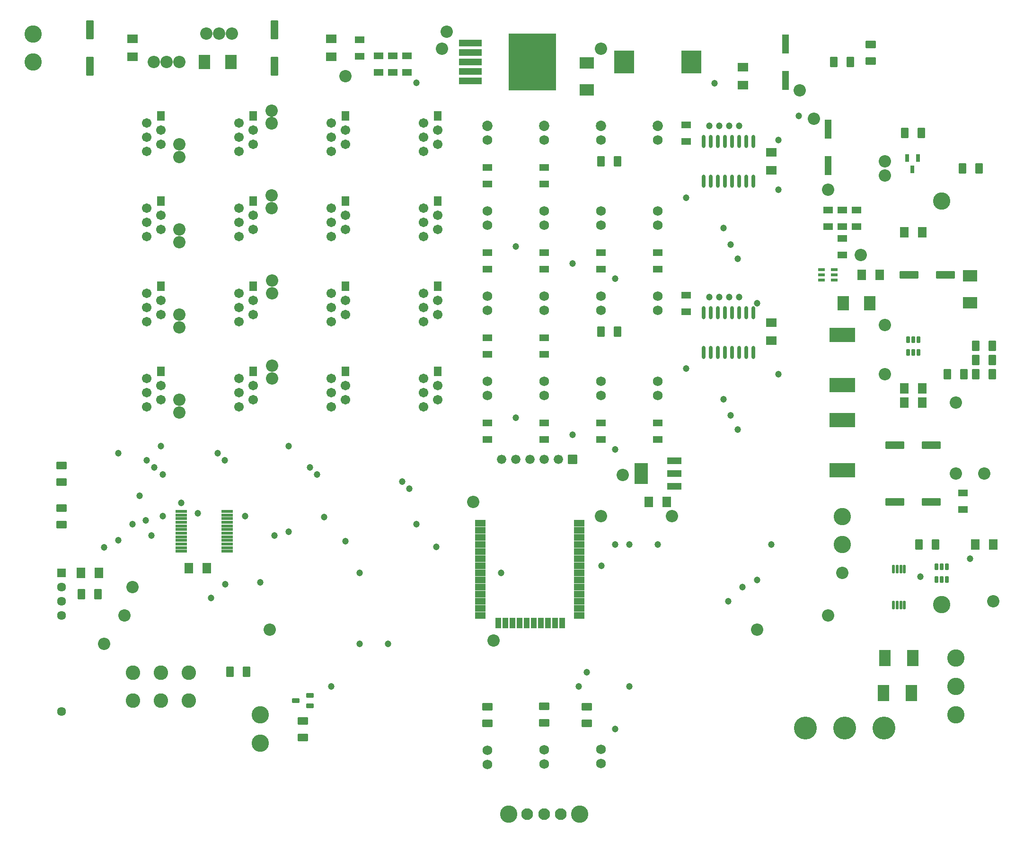
<source format=gts>
G04 Layer: TopSolderMaskLayer*
G04 EasyEDA v6.5.40, 2024-05-11 17:08:49*
G04 43c8e0cd1118455ea74be200e722eb6b,361a7d54fb4a4915a4e9984872de9782,10*
G04 Gerber Generator version 0.2*
G04 Scale: 100 percent, Rotated: No, Reflected: No *
G04 Dimensions in millimeters *
G04 leading zeros omitted , absolute positions ,4 integer and 5 decimal *
%FSLAX45Y45*%
%MOMM*%

%AMMACRO1*1,1,$1,$2,$3*1,1,$1,$4,$5*1,1,$1,0-$2,0-$3*1,1,$1,0-$4,0-$5*20,1,$1,$2,$3,$4,$5,0*20,1,$1,$4,$5,0-$2,0-$3,0*20,1,$1,0-$2,0-$3,0-$4,0-$5,0*20,1,$1,0-$4,0-$5,$2,$3,0*4,1,4,$2,$3,$4,$5,0-$2,0-$3,0-$4,0-$5,$2,$3,0*%
%ADD10R,1.4712X1.7032*%
%ADD11C,1.7032*%
%ADD12C,1.7526*%
%ADD13C,3.1016*%
%ADD14R,1.8296X1.5866*%
%ADD15MACRO1,0.2032X0.55X1.6X0.55X-1.6*%
%ADD16R,1.3032X3.4032*%
%ADD17MACRO1,0.1016X-0.864X0.7425X0.864X0.7425*%
%ADD18MACRO1,0.1016X-0.864X-0.7425X0.864X-0.7425*%
%ADD19MACRO1,0.2032X1.6X-0.55X-1.6X-0.55*%
%ADD20MACRO1,0.1016X0.7425X0.864X0.7425X-0.864*%
%ADD21MACRO1,0.1016X-0.7425X0.864X-0.7425X-0.864*%
%ADD22MACRO1,0.1016X-0.7425X-0.864X-0.7425X0.864*%
%ADD23MACRO1,0.1016X0.7425X-0.864X0.7425X0.864*%
%ADD24MACRO1,0.2032X-1.6X0.55X1.6X0.55*%
%ADD25MACRO1,0.1016X2X-0.51X-2X-0.51*%
%ADD26MACRO1,0.1016X4.2X-5X-4.2X-5*%
%ADD27MACRO1,0.1016X0.266X-0.536X-0.266X-0.536*%
%ADD28O,0.5015992X1.6015970000000002*%
%ADD29R,1.1736X0.6336*%
%ADD30MACRO1,0.1016X-0.266X0.536X0.266X0.536*%
%ADD31R,2.1016X0.4816*%
%ADD32MACRO1,0.1016X-1.25X0.55X1.25X0.55*%
%ADD33MACRO1,0.1016X1.17X1.8X1.17X-1.8*%
%ADD34O,0.7036053999999999X2.332609*%
%ADD35MACRO1,0.1016X-1X1.4X1X1.4*%
%ADD36C,4.1016*%
%ADD37C,1.6764*%
%ADD38MACRO1,0.1016X0.7874X-0.7874X-0.7874X-0.7874*%
%ADD39MACRO1,0.1016X1.75X2X1.75X-2*%
%ADD40R,4.6016X2.6016*%
%ADD41MACRO1,0.1016X2.25X1.25X2.25X-1.25*%
%ADD42MACRO1,0.1016X-0.9X0.5004X0.9X0.5004*%
%ADD43R,1.1024X1.9016*%
%ADD44R,1.6096X1.6096*%
%ADD45C,1.6096*%
%ADD46MACRO1,0.1016X-0.8505X0.6038X0.8505X0.6038*%
%ADD47MACRO1,0.1016X-0.8505X-0.6038X0.8505X-0.6038*%
%ADD48R,1.8026X1.3091*%
%ADD49MACRO1,0.1016X0.6038X0.8505X0.6038X-0.8505*%
%ADD50MACRO1,0.1016X-0.6038X0.8505X-0.6038X-0.8505*%
%ADD51MACRO1,0.1016X-0.6038X-0.8505X-0.6038X0.8505*%
%ADD52MACRO1,0.1016X0.6038X-0.8505X0.6038X0.8505*%
%ADD53MACRO1,0.1016X1X-1.2X-1X-1.2*%
%ADD54MACRO1,0.1016X1.2X1X1.2X-1*%
%ADD55C,2.6000*%
%ADD56C,2.1000*%
%ADD57C,3.1000*%
%ADD58R,0.8016X1.3516*%
%ADD59MACRO1,0.1016X0.625X0.35X0.625X-0.35*%
%ADD60MACRO1,0.1016X0.6251X0.35X0.6251X-0.35*%
%ADD61C,1.2032*%
%ADD62C,2.2032*%
%ADD63C,1.8542*%
%ADD64C,0.0102*%

%LPD*%
D10*
G01*
X2793974Y-1727200D03*
D11*
G01*
X2540000Y-1854200D03*
G01*
X2794000Y-1981200D03*
G01*
X2540000Y-2108200D03*
G01*
X2794000Y-2235200D03*
G01*
X2540000Y-2362200D03*
D10*
G01*
X6095974Y-1727200D03*
D11*
G01*
X5842000Y-1854200D03*
G01*
X6096000Y-1981200D03*
G01*
X5842000Y-2108200D03*
G01*
X6096000Y-2235200D03*
G01*
X5842000Y-2362200D03*
D10*
G01*
X7746974Y-1727200D03*
D11*
G01*
X7492974Y-1854200D03*
G01*
X7746974Y-1981200D03*
G01*
X7492974Y-2108200D03*
G01*
X7746974Y-2235200D03*
G01*
X7492974Y-2362200D03*
D10*
G01*
X2793974Y-3251200D03*
D11*
G01*
X2540000Y-3378200D03*
G01*
X2794000Y-3505200D03*
G01*
X2540000Y-3632200D03*
G01*
X2794000Y-3759200D03*
G01*
X2540000Y-3886200D03*
D10*
G01*
X4444974Y-3251200D03*
D11*
G01*
X4191000Y-3378200D03*
G01*
X4445000Y-3505200D03*
G01*
X4191000Y-3632200D03*
G01*
X4445000Y-3759200D03*
G01*
X4191000Y-3886200D03*
D10*
G01*
X2793974Y-4775200D03*
D11*
G01*
X2540000Y-4902200D03*
G01*
X2794000Y-5029200D03*
G01*
X2540000Y-5156200D03*
G01*
X2794000Y-5283200D03*
G01*
X2540000Y-5410200D03*
D10*
G01*
X4444974Y-4775200D03*
D11*
G01*
X4191000Y-4902200D03*
G01*
X4445000Y-5029200D03*
G01*
X4191000Y-5156200D03*
G01*
X4445000Y-5283200D03*
G01*
X4191000Y-5410200D03*
D10*
G01*
X6095974Y-4775200D03*
D11*
G01*
X5842000Y-4902200D03*
G01*
X6096000Y-5029200D03*
G01*
X5842000Y-5156200D03*
G01*
X6096000Y-5283200D03*
G01*
X5842000Y-5410200D03*
D10*
G01*
X7746974Y-4775200D03*
D11*
G01*
X7492974Y-4902200D03*
G01*
X7746974Y-5029200D03*
G01*
X7492974Y-5156200D03*
G01*
X7746974Y-5283200D03*
G01*
X7492974Y-5410200D03*
D10*
G01*
X2793974Y-6299200D03*
D11*
G01*
X2540000Y-6426200D03*
G01*
X2794000Y-6553200D03*
G01*
X2540000Y-6680200D03*
G01*
X2794000Y-6807200D03*
G01*
X2540000Y-6934200D03*
D10*
G01*
X4444974Y-6299200D03*
D11*
G01*
X4191000Y-6426200D03*
G01*
X4445000Y-6553200D03*
G01*
X4191000Y-6680200D03*
G01*
X4445000Y-6807200D03*
G01*
X4191000Y-6934200D03*
D10*
G01*
X6095974Y-6299200D03*
D11*
G01*
X5842000Y-6426200D03*
G01*
X6096000Y-6553200D03*
G01*
X5842000Y-6680200D03*
G01*
X6096000Y-6807200D03*
G01*
X5842000Y-6934200D03*
D10*
G01*
X7746974Y-6299200D03*
D11*
G01*
X7492974Y-6426200D03*
G01*
X7746974Y-6553200D03*
G01*
X7492974Y-6680200D03*
G01*
X7746974Y-6807200D03*
G01*
X7492974Y-6934200D03*
D10*
G01*
X6095974Y-3251200D03*
D11*
G01*
X5842000Y-3378200D03*
G01*
X6096000Y-3505200D03*
G01*
X5842000Y-3632200D03*
G01*
X6096000Y-3759200D03*
G01*
X5842000Y-3886200D03*
D10*
G01*
X7746974Y-3251200D03*
D11*
G01*
X7492974Y-3378200D03*
G01*
X7746974Y-3505200D03*
G01*
X7492974Y-3632200D03*
G01*
X7746974Y-3759200D03*
G01*
X7492974Y-3886200D03*
D10*
G01*
X4444974Y-1727200D03*
D11*
G01*
X4191000Y-1854200D03*
G01*
X4445000Y-1981200D03*
G01*
X4191000Y-2108200D03*
G01*
X4445000Y-2235200D03*
G01*
X4191000Y-2362200D03*
D12*
G01*
X8635974Y-2159000D03*
G01*
X8635974Y-1905000D03*
G01*
X9651974Y-2159000D03*
G01*
X9651974Y-1905000D03*
D13*
G01*
X16764000Y-3251200D03*
G01*
X16764000Y-10470489D03*
D14*
G01*
X5842000Y-348742D03*
G01*
X5842000Y-667257D03*
D15*
G01*
X4826000Y-181610D03*
G01*
X4826000Y-834389D03*
D16*
G01*
X13970000Y-1088389D03*
G01*
X13970000Y-435610D03*
D17*
G01*
X13208000Y-1175250D03*
D18*
G01*
X13208000Y-856749D03*
D19*
G01*
X16582389Y-7620000D03*
G01*
X15929610Y-7620000D03*
D20*
G01*
X16096749Y-6858000D03*
D21*
G01*
X16415250Y-6858000D03*
D22*
G01*
X15653250Y-4572000D03*
D23*
G01*
X15334749Y-4572000D03*
D16*
G01*
X14732000Y-2612389D03*
G01*
X14732000Y-1959610D03*
D19*
G01*
X16582389Y-8636000D03*
G01*
X15929610Y-8636000D03*
D20*
G01*
X16096749Y-6604000D03*
D21*
G01*
X16415250Y-6604000D03*
D22*
G01*
X16415250Y-3810000D03*
D23*
G01*
X16096749Y-3810000D03*
D24*
G01*
X16183610Y-4572000D03*
G01*
X16836389Y-4572000D03*
D14*
G01*
X13716000Y-2380742D03*
G01*
X13716000Y-2699257D03*
D22*
G01*
X1683250Y-9906000D03*
D23*
G01*
X1364749Y-9906000D03*
D14*
G01*
X13716000Y-5428742D03*
G01*
X13716000Y-5747257D03*
D25*
G01*
X8335149Y-422248D03*
G01*
X8335149Y-592250D03*
G01*
X8335149Y-762252D03*
G01*
X8335149Y-932256D03*
G01*
X8335149Y-1102257D03*
D26*
G01*
X9445150Y-762253D03*
D27*
G01*
X16858995Y-9791090D03*
G01*
X16764000Y-9791090D03*
G01*
X16669004Y-9791090D03*
G01*
X16669004Y-10020909D03*
G01*
X16764000Y-10020909D03*
G01*
X16858995Y-10020909D03*
D28*
G01*
X15904463Y-10480039D03*
G01*
X15969488Y-10480039D03*
G01*
X16034511Y-10480039D03*
G01*
X16099536Y-10480039D03*
G01*
X15904463Y-9839960D03*
G01*
X15969488Y-9839960D03*
G01*
X16034511Y-9839960D03*
G01*
X16099536Y-9839960D03*
D29*
G01*
X14846909Y-4666995D03*
G01*
X14846909Y-4572000D03*
G01*
X14846909Y-4477004D03*
G01*
X14617090Y-4477004D03*
G01*
X14617090Y-4572000D03*
G01*
X14617090Y-4666995D03*
D30*
G01*
X16161004Y-5956909D03*
G01*
X16256000Y-5956909D03*
G01*
X16350995Y-5956909D03*
G01*
X16350995Y-5727090D03*
G01*
X16256000Y-5727090D03*
G01*
X16161004Y-5727090D03*
D31*
G01*
X3162554Y-9193276D03*
G01*
X3162554Y-9128277D03*
G01*
X3162554Y-9063278D03*
G01*
X3162554Y-8998280D03*
G01*
X3162554Y-8933281D03*
G01*
X3162554Y-9258274D03*
G01*
X3162554Y-9323273D03*
G01*
X3162554Y-9518269D03*
G01*
X3162554Y-8868283D03*
G01*
X3162554Y-9388271D03*
G01*
X3162554Y-9453270D03*
G01*
X3162554Y-8803284D03*
G01*
X3982567Y-8803259D03*
G01*
X3982567Y-9453245D03*
G01*
X3982567Y-9388246D03*
G01*
X3982567Y-8868257D03*
G01*
X3982567Y-9518243D03*
G01*
X3982567Y-9323247D03*
G01*
X3982567Y-9258249D03*
G01*
X3982567Y-8933256D03*
G01*
X3982567Y-8998254D03*
G01*
X3982567Y-9063253D03*
G01*
X3982567Y-9128252D03*
G01*
X3982567Y-9193276D03*
D32*
G01*
X11981089Y-8357997D03*
G01*
X11981089Y-8128000D03*
G01*
X11981089Y-7898002D03*
D33*
G01*
X11387094Y-8128000D03*
D34*
G01*
X12509500Y-2896539D03*
G01*
X12636500Y-2896539D03*
G01*
X12763500Y-2896539D03*
G01*
X12890500Y-2896539D03*
G01*
X13017500Y-2896539D03*
G01*
X13144500Y-2896539D03*
G01*
X13271500Y-2896539D03*
G01*
X13398500Y-2896539D03*
G01*
X12509500Y-2183460D03*
G01*
X12636500Y-2183460D03*
G01*
X12763500Y-2183460D03*
G01*
X12890500Y-2183460D03*
G01*
X13017500Y-2183460D03*
G01*
X13144500Y-2183460D03*
G01*
X13271500Y-2183460D03*
G01*
X13398500Y-2183460D03*
G01*
X12509500Y-5957239D03*
G01*
X12636500Y-5957239D03*
G01*
X12763500Y-5957239D03*
G01*
X12890500Y-5957239D03*
G01*
X13017500Y-5957239D03*
G01*
X13144500Y-5957239D03*
G01*
X13271500Y-5957239D03*
G01*
X13398500Y-5957239D03*
G01*
X12509500Y-5244160D03*
G01*
X12636500Y-5244160D03*
G01*
X12763500Y-5244160D03*
G01*
X12890500Y-5244160D03*
G01*
X13017500Y-5244160D03*
G01*
X13144500Y-5244160D03*
G01*
X13271500Y-5244160D03*
G01*
X13398500Y-5244160D03*
D35*
G01*
X16251986Y-11430000D03*
G01*
X15752013Y-11430000D03*
G01*
X16226586Y-12052300D03*
G01*
X15726613Y-12052300D03*
D13*
G01*
X508000Y-758444D03*
G01*
X508000Y-257555D03*
G01*
X14986000Y-8893555D03*
G01*
X14986000Y-9394444D03*
D36*
G01*
X14328924Y-12678204D03*
G01*
X15028669Y-12678204D03*
G01*
X15728922Y-12678204D03*
D13*
G01*
X17017852Y-12446091D03*
G01*
X17017852Y-11430091D03*
G01*
X17017852Y-11938091D03*
G01*
X4572000Y-12954000D03*
G01*
X4572000Y-12446000D03*
D37*
G01*
X8890000Y-7874000D03*
G01*
X9144000Y-7874000D03*
G01*
X9398000Y-7874000D03*
G01*
X9652000Y-7874000D03*
G01*
X9906000Y-7874000D03*
D38*
G01*
X10160000Y-7874000D03*
D39*
G01*
X12283998Y-762000D03*
G01*
X11083998Y-762000D03*
D40*
G01*
X14986000Y-6546011D03*
G01*
X14986000Y-5645988D03*
D41*
G01*
X14986000Y-7169999D03*
G01*
X14986000Y-8070000D03*
D12*
G01*
X10668000Y-13060984D03*
G01*
X10668000Y-13314984D03*
G01*
X10668000Y-2159050D03*
G01*
X10668000Y-1905050D03*
G01*
X11684000Y-2159050D03*
G01*
X11684000Y-1905050D03*
G01*
X8636000Y-3683050D03*
G01*
X8636000Y-3429050D03*
G01*
X9652000Y-3683050D03*
G01*
X9652000Y-3429050D03*
G01*
X10668000Y-3683050D03*
G01*
X10668000Y-3429050D03*
G01*
X11684000Y-3683050D03*
G01*
X11684000Y-3429050D03*
G01*
X8636000Y-5207050D03*
G01*
X8636000Y-4953050D03*
G01*
X9652000Y-5207050D03*
G01*
X9652000Y-4953050D03*
G01*
X9652000Y-13070890D03*
G01*
X9652000Y-13324890D03*
G01*
X10668000Y-5207050D03*
G01*
X10668000Y-4953050D03*
G01*
X8636000Y-13081050D03*
G01*
X8636000Y-13335050D03*
G01*
X11684000Y-5207050D03*
G01*
X11684000Y-4953050D03*
G01*
X8636000Y-6731050D03*
G01*
X8636000Y-6477050D03*
G01*
X9652000Y-6731050D03*
G01*
X9652000Y-6477050D03*
G01*
X10668000Y-6731050D03*
G01*
X10668000Y-6477050D03*
G01*
X11684000Y-6731050D03*
G01*
X11684000Y-6477050D03*
D42*
G01*
X8512942Y-9394042D03*
G01*
X8512942Y-9521042D03*
G01*
X8512942Y-9648042D03*
G01*
X8512942Y-9775042D03*
G01*
X8512942Y-9902042D03*
G01*
X8512942Y-10029042D03*
G01*
X8512942Y-10156042D03*
G01*
X8512942Y-10283042D03*
D43*
G01*
X9972040Y-10799114D03*
D42*
G01*
X10283052Y-10664042D03*
G01*
X10283052Y-10537042D03*
G01*
X10283052Y-10410042D03*
G01*
X10283052Y-10283042D03*
G01*
X10283052Y-10156042D03*
G01*
X10283052Y-10029042D03*
G01*
X10283052Y-9902042D03*
D43*
G01*
X9083040Y-10799114D03*
D42*
G01*
X8512942Y-10410042D03*
G01*
X8512942Y-10537042D03*
G01*
X8512942Y-10664042D03*
D43*
G01*
X8829040Y-10799114D03*
G01*
X8956040Y-10799114D03*
D42*
G01*
X8512942Y-9267042D03*
G01*
X8512942Y-9140042D03*
G01*
X8512942Y-9013042D03*
D43*
G01*
X9210040Y-10799114D03*
G01*
X9337040Y-10799114D03*
G01*
X9464040Y-10799114D03*
G01*
X9845040Y-10799114D03*
G01*
X9718040Y-10799114D03*
G01*
X9591040Y-10799114D03*
D42*
G01*
X10283052Y-9775042D03*
G01*
X10283052Y-9648042D03*
G01*
X10283052Y-9521042D03*
G01*
X10283052Y-9394042D03*
G01*
X10283052Y-9267042D03*
G01*
X10283052Y-9140042D03*
G01*
X10283052Y-9013042D03*
D44*
G01*
X1016000Y-9906000D03*
D45*
G01*
X1016000Y-10160000D03*
G01*
X1016000Y-10414000D03*
G01*
X1016000Y-10668000D03*
G01*
X1016000Y-12382500D03*
D46*
G01*
X5333989Y-12847850D03*
D47*
G01*
X5333989Y-12552098D03*
D48*
G01*
X8636000Y-2646121D03*
G01*
X8636000Y-2941878D03*
D46*
G01*
X10414000Y-12593876D03*
D47*
G01*
X10414000Y-12298123D03*
D48*
G01*
X9652000Y-2646121D03*
G01*
X9652000Y-2941878D03*
D49*
G01*
X10672523Y-2540000D03*
D50*
G01*
X10968276Y-2540000D03*
D48*
G01*
X12192000Y-1884121D03*
G01*
X12192000Y-2179878D03*
G01*
X8636000Y-4170121D03*
G01*
X8636000Y-4465878D03*
G01*
X9652000Y-4170121D03*
G01*
X9652000Y-4465878D03*
G01*
X10668000Y-4170121D03*
G01*
X10668000Y-4465878D03*
G01*
X11684000Y-4170121D03*
G01*
X11684000Y-4465878D03*
G01*
X8636000Y-5694121D03*
G01*
X8636000Y-5989878D03*
G01*
X9652000Y-5694121D03*
G01*
X9652000Y-5989878D03*
D46*
G01*
X9652000Y-12583970D03*
D47*
G01*
X9652000Y-12288217D03*
D49*
G01*
X10672523Y-5588000D03*
D50*
G01*
X10968276Y-5588000D03*
D46*
G01*
X8636000Y-12593876D03*
D47*
G01*
X8636000Y-12298123D03*
D48*
G01*
X12192000Y-4932121D03*
G01*
X12192000Y-5227878D03*
G01*
X8636000Y-7218121D03*
G01*
X8636000Y-7513878D03*
G01*
X9652000Y-7218121D03*
G01*
X9652000Y-7513878D03*
G01*
X10668000Y-7218121D03*
G01*
X10668000Y-7513878D03*
D51*
G01*
X1671876Y-10287000D03*
D52*
G01*
X1376123Y-10287000D03*
D48*
G01*
X11684000Y-7218121D03*
G01*
X11684000Y-7513878D03*
D53*
G01*
X3570093Y-761966D03*
G01*
X4050076Y-761966D03*
D54*
G01*
X10414081Y-1255970D03*
G01*
X10414081Y-775986D03*
D53*
G01*
X15000093Y-5079966D03*
G01*
X15480076Y-5079966D03*
D54*
G01*
X17272081Y-5065970D03*
G01*
X17272081Y-4585986D03*
D14*
G01*
X2286000Y-348742D03*
G01*
X2286000Y-667257D03*
D15*
G01*
X1524000Y-181610D03*
G01*
X1524000Y-834389D03*
D20*
G01*
X17366749Y-9398000D03*
D21*
G01*
X17685250Y-9398000D03*
D22*
G01*
X3613650Y-9817100D03*
D23*
G01*
X3295149Y-9817100D03*
D22*
G01*
X11843250Y-8636000D03*
D23*
G01*
X11524749Y-8636000D03*
D48*
G01*
X6693154Y-652475D03*
G01*
X6693154Y-948232D03*
G01*
X6350000Y-360121D03*
G01*
X6350000Y-655878D03*
G01*
X6947154Y-652475D03*
G01*
X6947154Y-948232D03*
G01*
X7201154Y-652475D03*
G01*
X7201154Y-948232D03*
D49*
G01*
X16108123Y-2032000D03*
D50*
G01*
X16403876Y-2032000D03*
D49*
G01*
X17136823Y-2667000D03*
D50*
G01*
X17432576Y-2667000D03*
D46*
G01*
X15494000Y-744776D03*
D47*
G01*
X15494000Y-449023D03*
D49*
G01*
X14838123Y-762000D03*
D50*
G01*
X15133876Y-762000D03*
D48*
G01*
X17144964Y-8475403D03*
G01*
X17144964Y-8771161D03*
D51*
G01*
X16657876Y-9398000D03*
D52*
G01*
X16362123Y-9398000D03*
D48*
G01*
X14732000Y-3408121D03*
G01*
X14732000Y-3703878D03*
G01*
X14986000Y-3408121D03*
G01*
X14986000Y-3703878D03*
G01*
X15240000Y-3408121D03*
G01*
X15240000Y-3703878D03*
G01*
X14986000Y-3916121D03*
G01*
X14986000Y-4211878D03*
D46*
G01*
X1016000Y-8275876D03*
D47*
G01*
X1016000Y-7980123D03*
D46*
G01*
X1016000Y-9037876D03*
D47*
G01*
X1016000Y-8742123D03*
D51*
G01*
X17673876Y-5842000D03*
D52*
G01*
X17378123Y-5842000D03*
D51*
G01*
X17673876Y-6096000D03*
D52*
G01*
X17378123Y-6096000D03*
D51*
G01*
X17673876Y-6350000D03*
D52*
G01*
X17378123Y-6350000D03*
D51*
G01*
X17165876Y-6350000D03*
D52*
G01*
X16870123Y-6350000D03*
D55*
G01*
X2293995Y-12187976D03*
G01*
X2793994Y-12187976D03*
G01*
X3293993Y-12187976D03*
G01*
X3293993Y-11687977D03*
G01*
X2793994Y-11687977D03*
G01*
X2293995Y-11687977D03*
D49*
G01*
X4030416Y-11671277D03*
D50*
G01*
X4326168Y-11671277D03*
D56*
G01*
X9352000Y-14224000D03*
G01*
X9652000Y-14224000D03*
G01*
X9951999Y-14224000D03*
D57*
G01*
X9017000Y-14224000D03*
G01*
X10287000Y-14224000D03*
D58*
G01*
X16338295Y-2478100D03*
G01*
X16148304Y-2478100D03*
G01*
X16243300Y-2678099D03*
D59*
G01*
X5209031Y-12192000D03*
D60*
G01*
X5458968Y-12097004D03*
G01*
X5458968Y-12286996D03*
D61*
G01*
X2832303Y-8888374D03*
G01*
X4305503Y-8890152D03*
G01*
X2629103Y-9231274D03*
G01*
X2286203Y-9029852D03*
G01*
X2413203Y-8521852D03*
G01*
X2794000Y-7632674D03*
G01*
X5080203Y-9169552D03*
G01*
X5080000Y-7632674D03*
G01*
X1778203Y-9448952D03*
G01*
X2032000Y-7759674D03*
G01*
X2032203Y-9315780D03*
G01*
X3810000Y-7759674D03*
G01*
X2540000Y-7886674D03*
G01*
X3937000Y-7886674D03*
G01*
X4826203Y-9233052D03*
G01*
X2679700Y-8013674D03*
G01*
X5461000Y-8013674D03*
G01*
X5588000Y-8140674D03*
G01*
X2832100Y-8140674D03*
G01*
X5715203Y-8902852D03*
G01*
X6096000Y-9334474D03*
G01*
X7112000Y-8267674D03*
G01*
X7239000Y-8394674D03*
G01*
X7366203Y-9029852D03*
G01*
X7721574Y-9436074D03*
G01*
X3454400Y-8839174D03*
G01*
X12611074Y-1905000D03*
G01*
X12191974Y-3187700D03*
G01*
X13119074Y-4279900D03*
G01*
X10921974Y-4635500D03*
G01*
X12992074Y-4025900D03*
G01*
X10159974Y-4368800D03*
G01*
X9143974Y-4064000D03*
G01*
X12865074Y-3733800D03*
G01*
X12788874Y-1905000D03*
G01*
X13144474Y-1905000D03*
G01*
X12966674Y-1905000D03*
G01*
X12191974Y-6248400D03*
G01*
X12611074Y-4965700D03*
G01*
X9143974Y-7124700D03*
G01*
X10159974Y-7429500D03*
G01*
X10921974Y-7696200D03*
G01*
X13119074Y-7340600D03*
G01*
X12865074Y-6794500D03*
G01*
X12992074Y-7086600D03*
G01*
X12966674Y-4965700D03*
G01*
X13144474Y-4965700D03*
G01*
X12788874Y-4965700D03*
G01*
X12611074Y-4965700D03*
G01*
X13461974Y-5080000D03*
G01*
X13842974Y-3048000D03*
G01*
X13842974Y-2159000D03*
G01*
X4572000Y-10071074D03*
G01*
X3949700Y-10109174D03*
G01*
X3695700Y-10350474D03*
D62*
G01*
X7912074Y-215900D03*
G01*
X6096000Y-1016000D03*
G01*
X7823174Y-520700D03*
G01*
X10668000Y-520700D03*
D61*
G01*
X7365974Y-1130300D03*
G01*
X12699974Y-1143000D03*
D62*
G01*
X4787889Y-6426187D03*
G01*
X3835392Y-254000D03*
G01*
X4065803Y-254000D03*
G01*
X4773828Y-1856765D03*
G01*
X4778552Y-3378098D03*
G01*
X4783302Y-4902301D03*
G01*
X3124194Y-6807187D03*
G01*
X3124200Y-5282539D03*
G01*
X3124200Y-3758641D03*
G01*
X3124200Y-2235809D03*
G01*
X3124200Y-762000D03*
G01*
X2895594Y-761997D03*
D61*
G01*
X3162300Y-8648674D03*
D62*
G01*
X2285994Y-10159979D03*
G01*
X4745456Y-10921974D03*
G01*
X8381982Y-8635982D03*
D61*
G01*
X12950037Y-10410037D03*
G01*
X13204037Y-10156037D03*
G01*
X13461974Y-10028936D03*
D62*
G01*
X2146294Y-10667979D03*
D61*
G01*
X10413974Y-11683974D03*
G01*
X10680674Y-9778974D03*
D62*
G01*
X11061677Y-8153384D03*
D61*
G01*
X11175974Y-11937974D03*
G01*
X11175977Y-9397982D03*
G01*
X10921974Y-9397974D03*
G01*
X16383000Y-9969500D03*
G01*
X17271974Y-9651974D03*
D62*
G01*
X17691074Y-10413974D03*
D61*
G01*
X6349987Y-11175977D03*
G01*
X10274279Y-11937974D03*
G01*
X5841989Y-11937979D03*
D62*
G01*
X8750282Y-11112477D03*
D61*
G01*
X6857987Y-11175977D03*
G01*
X14211300Y-1727200D03*
G01*
X8886040Y-9902037D03*
G01*
X11683977Y-9397982D03*
G01*
X13715972Y-9397982D03*
D62*
G01*
X17017966Y-6857987D03*
G01*
X15747992Y-6350010D03*
G01*
X15747966Y-5465338D03*
D61*
G01*
X6349987Y-9905979D03*
G01*
X13842972Y-6349989D03*
D62*
G01*
X11937977Y-8889982D03*
G01*
X10667918Y-8889982D03*
G01*
X15316169Y-4216392D03*
D63*
G01*
X8635974Y-1905688D03*
G01*
X9651974Y-1905688D03*
G01*
X10668000Y-1905690D03*
G01*
X11683987Y-1905690D03*
D62*
G01*
X15747969Y-2539994D03*
G01*
X14223972Y-1269997D03*
G01*
X14477972Y-1777997D03*
G01*
X14731969Y-3047994D03*
G01*
X17017966Y-8127984D03*
G01*
X1777997Y-11175977D03*
D61*
G01*
X10922000Y-12700000D03*
D62*
G01*
X15747969Y-2793994D03*
G01*
X2666994Y-761997D03*
G01*
X3604262Y-255915D03*
G01*
X3124200Y-2459616D03*
G01*
X3124197Y-3982239D03*
G01*
X3124200Y-5506346D03*
G01*
X3124194Y-7030994D03*
G01*
X4787889Y-6197587D03*
G01*
X4783302Y-4673701D03*
G01*
X4783302Y-4902197D03*
G01*
X4778552Y-3149498D03*
G01*
X4778552Y-3378197D03*
G01*
X4773828Y-1628165D03*
G01*
X4773828Y-1854197D03*
D61*
G01*
X2527508Y-8964584D03*
D62*
G01*
X17525964Y-8127984D03*
G01*
X14986000Y-9906000D03*
G01*
X14732000Y-10668000D03*
G01*
X13461972Y-10921977D03*
M02*

</source>
